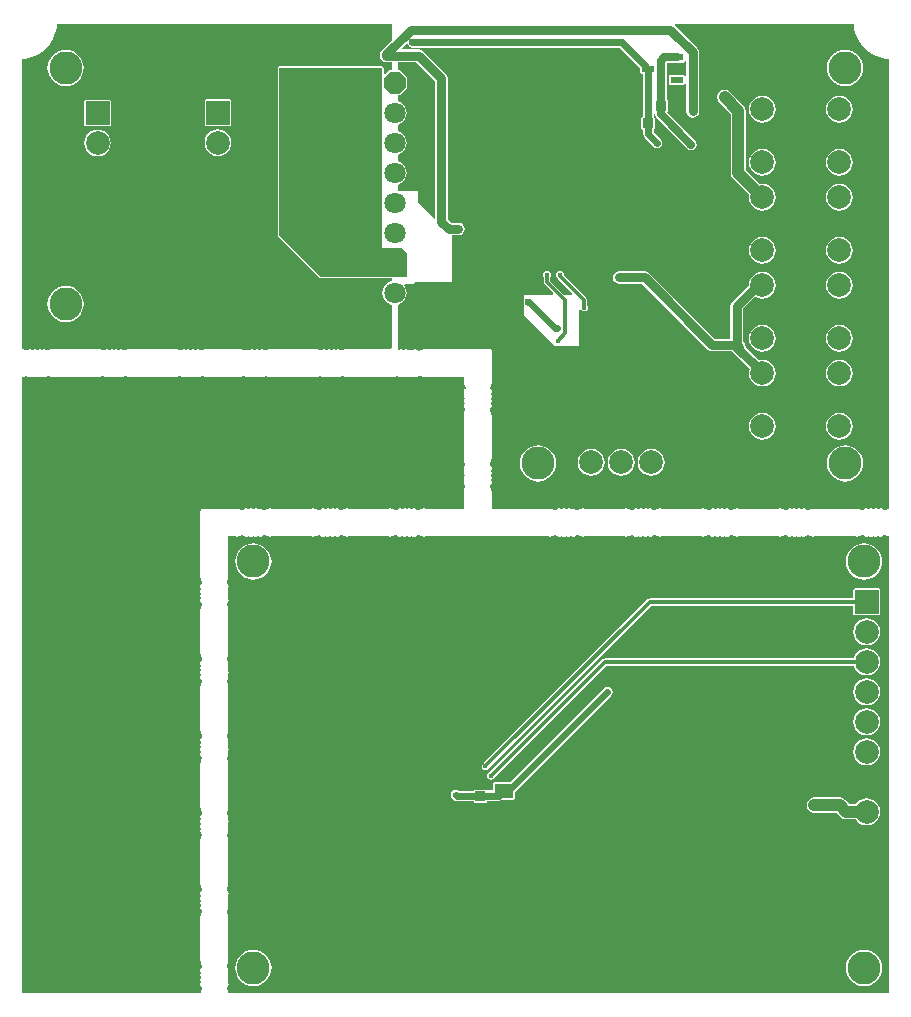
<source format=gbl>
G04 Layer_Physical_Order=2*
G04 Layer_Color=16711680*
%FSLAX44Y44*%
%MOMM*%
G71*
G01*
G75*
%ADD10R,0.8500X0.8500*%
%ADD12R,0.8500X0.8500*%
%ADD25R,1.6000X1.2000*%
%ADD27C,0.6000*%
%ADD28C,0.3500*%
%ADD29C,0.3000*%
%ADD30C,0.8000*%
%ADD31C,1.0000*%
%ADD32C,0.7000*%
%ADD33C,0.2540*%
%ADD36C,2.0000*%
%ADD37R,2.0000X2.0000*%
%ADD38C,1.8000*%
%ADD39P,1.9483X8X292.5*%
%ADD40R,2.0000X2.0000*%
%ADD41C,0.4000*%
%ADD42C,0.6000*%
%ADD43C,2.8000*%
%ADD44R,1.1000X0.6000*%
G36*
X351867Y773770D02*
Y657793D01*
X350693Y657307D01*
X337000Y671000D01*
Y681000D01*
X320468D01*
X320000Y682076D01*
Y686060D01*
X320184Y686085D01*
X322684Y687121D01*
X324832Y688768D01*
X326479Y690916D01*
X327515Y693416D01*
X327869Y696100D01*
X327515Y698784D01*
X326479Y701284D01*
X324832Y703432D01*
X322684Y705080D01*
X320184Y706115D01*
X320000Y706140D01*
Y711460D01*
X320184Y711485D01*
X322684Y712521D01*
X324832Y714168D01*
X326479Y716316D01*
X327515Y718816D01*
X327869Y721500D01*
X327515Y724184D01*
X326479Y726684D01*
X324832Y728832D01*
X322684Y730480D01*
X320184Y731515D01*
X320000Y731540D01*
Y736861D01*
X320184Y736885D01*
X322684Y737921D01*
X324832Y739568D01*
X326479Y741716D01*
X327515Y744216D01*
X327869Y746900D01*
X327515Y749584D01*
X326479Y752084D01*
X324832Y754232D01*
X322684Y755880D01*
X320184Y756915D01*
X320000Y756940D01*
Y761915D01*
X322000D01*
X322980Y762320D01*
X327480Y766820D01*
X327885Y767800D01*
Y776800D01*
X327480Y777780D01*
X322980Y782280D01*
X322000Y782685D01*
X320000D01*
Y789867D01*
X335770D01*
X351867Y773770D01*
D02*
G37*
G36*
X454572Y389322D02*
X455322Y388572D01*
X456470Y388096D01*
X456745D01*
X457000Y387991D01*
X457255Y388096D01*
X457530D01*
X458678Y388572D01*
X459000Y388894D01*
X459322Y388572D01*
X460470Y388096D01*
X460745D01*
X461000Y387991D01*
X461255Y388096D01*
X461530D01*
X462678Y388572D01*
X463000Y388894D01*
X463322Y388572D01*
X464470Y388096D01*
X464745D01*
X465000Y387991D01*
X465255Y388096D01*
X465530D01*
X466678Y388572D01*
X467000Y388894D01*
X467322Y388572D01*
X468470Y388096D01*
X468745D01*
X469000Y387991D01*
X469255Y388096D01*
X469530D01*
X470678Y388572D01*
X471428Y389322D01*
X472831Y389390D01*
X474925Y388523D01*
X478000Y388118D01*
Y388185D01*
X513000D01*
Y388118D01*
X516075Y388523D01*
X518169Y389390D01*
X519572Y389322D01*
X520322Y388572D01*
X521470Y388096D01*
X521745D01*
X522000Y387991D01*
X522255Y388096D01*
X522530D01*
X523678Y388572D01*
X524000Y388894D01*
X524322Y388572D01*
X525470Y388096D01*
X525745D01*
X526000Y387991D01*
X526255Y388096D01*
X526530D01*
X527678Y388572D01*
X528000Y388894D01*
X528322Y388572D01*
X529470Y388096D01*
X529745D01*
X530000Y387991D01*
X530255Y388096D01*
X530530D01*
X531678Y388572D01*
X532000Y388894D01*
X532322Y388572D01*
X533470Y388096D01*
X533745D01*
X534000Y387991D01*
X534255Y388096D01*
X534530D01*
X535678Y388572D01*
X536428Y389322D01*
X537831Y389390D01*
X539925Y388523D01*
X543000Y388118D01*
Y388185D01*
X578000D01*
Y388118D01*
X581075Y388523D01*
X583169Y389390D01*
X584572Y389322D01*
X585322Y388572D01*
X586470Y388096D01*
X586745D01*
X587000Y387991D01*
X587255Y388096D01*
X587530D01*
X588678Y388572D01*
X589000Y388894D01*
X589322Y388572D01*
X590470Y388096D01*
X590745D01*
X591000Y387991D01*
X591255Y388096D01*
X591530D01*
X592678Y388572D01*
X593000Y388894D01*
X593322Y388572D01*
X594470Y388096D01*
X594745D01*
X595000Y387991D01*
X595255Y388096D01*
X595530D01*
X596678Y388572D01*
X597000Y388894D01*
X597322Y388572D01*
X598470Y388096D01*
X598745D01*
X599000Y387991D01*
X599255Y388096D01*
X599530D01*
X600678Y388572D01*
X601428Y389322D01*
X602831Y389390D01*
X604925Y388523D01*
X608000Y388118D01*
Y388185D01*
X643000D01*
Y388118D01*
X646075Y388523D01*
X648169Y389390D01*
X649572Y389322D01*
X650322Y388572D01*
X651470Y388096D01*
X651745D01*
X652000Y387991D01*
X652255Y388096D01*
X652530D01*
X653678Y388572D01*
X654000Y388894D01*
X654322Y388572D01*
X655470Y388096D01*
X655745D01*
X656000Y387991D01*
X656255Y388096D01*
X656530D01*
X657678Y388572D01*
X658000Y388894D01*
X658322Y388572D01*
X659470Y388096D01*
X659745D01*
X660000Y387991D01*
X660255Y388096D01*
X660530D01*
X661678Y388572D01*
X662000Y388894D01*
X662322Y388572D01*
X663470Y388096D01*
X663745D01*
X664000Y387991D01*
X664255Y388096D01*
X664530D01*
X665678Y388572D01*
X666428Y389322D01*
X667831Y389390D01*
X669925Y388523D01*
X673000Y388118D01*
Y388185D01*
X708000D01*
Y388118D01*
X711075Y388523D01*
X713169Y389390D01*
X714572Y389322D01*
X715322Y388572D01*
X716470Y388096D01*
X716745D01*
X717000Y387991D01*
X717255Y388096D01*
X717530D01*
X718678Y388572D01*
X719000Y388894D01*
X719322Y388572D01*
X720470Y388096D01*
X720745D01*
X721000Y387991D01*
X721255Y388096D01*
X721530D01*
X722678Y388572D01*
X723000Y388894D01*
X723322Y388572D01*
X724470Y388096D01*
X724745D01*
X725000Y387991D01*
X725255Y388096D01*
X725530D01*
X726678Y388572D01*
X727000Y388894D01*
X727322Y388572D01*
X728470Y388096D01*
X728745D01*
X729000Y387991D01*
X729255Y388096D01*
X729530D01*
X730678Y388572D01*
X731428Y389322D01*
X732831Y389390D01*
X734925Y388523D01*
X736185Y388357D01*
Y1815D01*
X176643D01*
X176477Y3075D01*
X175610Y5169D01*
X175678Y6572D01*
X176428Y7322D01*
X176904Y8470D01*
Y8745D01*
X177009Y9000D01*
X176904Y9255D01*
Y9530D01*
X176428Y10678D01*
X176106Y11000D01*
X176428Y11322D01*
X176904Y12470D01*
Y12745D01*
X177009Y13000D01*
X176904Y13255D01*
Y13530D01*
X176428Y14678D01*
X176106Y15000D01*
X176428Y15322D01*
X176904Y16470D01*
Y16745D01*
X177009Y17000D01*
X176904Y17255D01*
Y17530D01*
X176428Y18678D01*
X176106Y19000D01*
X176428Y19322D01*
X176904Y20470D01*
Y20745D01*
X177009Y21000D01*
X176904Y21255D01*
Y21530D01*
X176428Y22678D01*
X175678Y23428D01*
X175610Y24831D01*
X176477Y26925D01*
X176882Y30000D01*
X176815D01*
Y65000D01*
X176882D01*
X176477Y68075D01*
X175610Y70169D01*
X175678Y71572D01*
X176428Y72322D01*
X176904Y73470D01*
Y73745D01*
X177009Y74000D01*
X176904Y74255D01*
Y74530D01*
X176428Y75678D01*
X176106Y76000D01*
X176428Y76322D01*
X176904Y77470D01*
Y77745D01*
X177009Y78000D01*
X176904Y78255D01*
Y78530D01*
X176428Y79678D01*
X176106Y80000D01*
X176428Y80322D01*
X176904Y81470D01*
Y81745D01*
X177009Y82000D01*
X176904Y82255D01*
Y82530D01*
X176428Y83678D01*
X176106Y84000D01*
X176428Y84322D01*
X176904Y85470D01*
Y85745D01*
X177009Y86000D01*
X176904Y86255D01*
Y86530D01*
X176428Y87678D01*
X175678Y88428D01*
X175610Y89831D01*
X176477Y91925D01*
X176882Y95000D01*
X176815D01*
Y130000D01*
X176882D01*
X176477Y133075D01*
X175610Y135169D01*
X175678Y136572D01*
X176428Y137322D01*
X176904Y138470D01*
Y138745D01*
X177009Y139000D01*
X176904Y139255D01*
Y139530D01*
X176428Y140678D01*
X176106Y141000D01*
X176428Y141322D01*
X176904Y142470D01*
Y142745D01*
X177009Y143000D01*
X176904Y143255D01*
Y143530D01*
X176428Y144678D01*
X176106Y145000D01*
X176428Y145322D01*
X176904Y146470D01*
Y146745D01*
X177009Y147000D01*
X176904Y147255D01*
Y147530D01*
X176428Y148678D01*
X176106Y149000D01*
X176428Y149322D01*
X176904Y150470D01*
Y150745D01*
X177009Y151000D01*
X176904Y151255D01*
Y151530D01*
X176428Y152678D01*
X175678Y153428D01*
X175610Y154831D01*
X176477Y156925D01*
X176882Y160000D01*
X176815D01*
Y195000D01*
X176882D01*
X176477Y198075D01*
X175610Y200169D01*
X175678Y201572D01*
X176428Y202322D01*
X176904Y203470D01*
Y203745D01*
X177009Y204000D01*
X176904Y204255D01*
Y204530D01*
X176428Y205678D01*
X176106Y206000D01*
X176428Y206322D01*
X176904Y207470D01*
Y207745D01*
X177009Y208000D01*
X176904Y208255D01*
Y208530D01*
X176428Y209678D01*
X176106Y210000D01*
X176428Y210322D01*
X176904Y211470D01*
Y211745D01*
X177009Y212000D01*
X176904Y212255D01*
Y212530D01*
X176428Y213678D01*
X176106Y214000D01*
X176428Y214322D01*
X176904Y215470D01*
Y215745D01*
X177009Y216000D01*
X176904Y216255D01*
Y216530D01*
X176428Y217678D01*
X175678Y218428D01*
X175610Y219831D01*
X176477Y221925D01*
X176882Y225000D01*
X176815D01*
Y260000D01*
X176882D01*
X176477Y263075D01*
X175610Y265169D01*
X175678Y266572D01*
X176428Y267322D01*
X176904Y268470D01*
Y268745D01*
X177009Y269000D01*
X176904Y269255D01*
Y269530D01*
X176428Y270678D01*
X176106Y271000D01*
X176428Y271322D01*
X176904Y272470D01*
Y272745D01*
X177009Y273000D01*
X176904Y273255D01*
Y273530D01*
X176428Y274678D01*
X176106Y275000D01*
X176428Y275322D01*
X176904Y276470D01*
Y276745D01*
X177009Y277000D01*
X176904Y277255D01*
Y277530D01*
X176428Y278678D01*
X176106Y279000D01*
X176428Y279322D01*
X176904Y280470D01*
Y280745D01*
X177009Y281000D01*
X176904Y281255D01*
Y281530D01*
X176428Y282678D01*
X175678Y283428D01*
X175610Y284831D01*
X176477Y286925D01*
X176882Y290000D01*
X176815D01*
Y325000D01*
X176882D01*
X176477Y328075D01*
X175610Y330169D01*
X175678Y331572D01*
X176428Y332322D01*
X176904Y333470D01*
Y333745D01*
X177009Y334000D01*
X176904Y334255D01*
Y334530D01*
X176428Y335678D01*
X176106Y336000D01*
X176428Y336322D01*
X176904Y337470D01*
Y337745D01*
X177009Y338000D01*
X176904Y338255D01*
Y338530D01*
X176428Y339678D01*
X176106Y340000D01*
X176428Y340322D01*
X176904Y341470D01*
Y341745D01*
X177009Y342000D01*
X176904Y342255D01*
Y342530D01*
X176428Y343678D01*
X176106Y344000D01*
X176428Y344322D01*
X176904Y345470D01*
Y345745D01*
X177009Y346000D01*
X176904Y346255D01*
Y346530D01*
X176428Y347678D01*
X175678Y348428D01*
X175610Y349831D01*
X176477Y351925D01*
X176882Y355000D01*
X176815D01*
Y388185D01*
X183000D01*
Y388118D01*
X186075Y388523D01*
X188169Y389390D01*
X189572Y389322D01*
X190322Y388572D01*
X191470Y388096D01*
X191745D01*
X192000Y387991D01*
X192255Y388096D01*
X192530D01*
X193678Y388572D01*
X194000Y388894D01*
X194322Y388572D01*
X195470Y388096D01*
X195745D01*
X196000Y387991D01*
X196255Y388096D01*
X196530D01*
X197678Y388572D01*
X198000Y388894D01*
X198322Y388572D01*
X199470Y388096D01*
X199745D01*
X200000Y387991D01*
X200255Y388096D01*
X200530D01*
X201678Y388572D01*
X202000Y388894D01*
X202322Y388572D01*
X203470Y388096D01*
X203745D01*
X204000Y387991D01*
X204255Y388096D01*
X204530D01*
X205678Y388572D01*
X206428Y389322D01*
X207831Y389390D01*
X209925Y388523D01*
X213000Y388118D01*
Y388185D01*
X248000D01*
Y388118D01*
X251075Y388523D01*
X253169Y389390D01*
X254572Y389322D01*
X255322Y388572D01*
X256470Y388096D01*
X256745D01*
X257000Y387991D01*
X257255Y388096D01*
X257530D01*
X258678Y388572D01*
X259000Y388894D01*
X259322Y388572D01*
X260470Y388096D01*
X260745D01*
X261000Y387991D01*
X261255Y388096D01*
X261530D01*
X262678Y388572D01*
X263000Y388894D01*
X263322Y388572D01*
X264470Y388096D01*
X264745D01*
X265000Y387991D01*
X265255Y388096D01*
X265530D01*
X266678Y388572D01*
X267000Y388894D01*
X267322Y388572D01*
X268470Y388096D01*
X268745D01*
X269000Y387991D01*
X269255Y388096D01*
X269530D01*
X270678Y388572D01*
X271428Y389322D01*
X272831Y389390D01*
X274925Y388523D01*
X278000Y388118D01*
Y388185D01*
X313000D01*
Y388118D01*
X316075Y388523D01*
X318169Y389390D01*
X319572Y389322D01*
X320322Y388572D01*
X321470Y388096D01*
X321745D01*
X322000Y387991D01*
X322255Y388096D01*
X322530D01*
X323678Y388572D01*
X324000Y388894D01*
X324322Y388572D01*
X325470Y388096D01*
X325745D01*
X326000Y387991D01*
X326255Y388096D01*
X326530D01*
X327678Y388572D01*
X328000Y388894D01*
X328322Y388572D01*
X329470Y388096D01*
X329745D01*
X330000Y387991D01*
X330255Y388096D01*
X330530D01*
X331678Y388572D01*
X332000Y388894D01*
X332322Y388572D01*
X333470Y388096D01*
X333745D01*
X334000Y387991D01*
X334255Y388096D01*
X334530D01*
X335678Y388572D01*
X336428Y389322D01*
X337831Y389390D01*
X339925Y388523D01*
X343000Y388118D01*
Y388185D01*
X413000D01*
X413000Y388185D01*
X448000D01*
Y388118D01*
X451075Y388523D01*
X453169Y389390D01*
X454572Y389322D01*
D02*
G37*
G36*
X307000Y633000D02*
X308000Y632000D01*
X324000Y632000D01*
X328000Y628000D01*
Y608000D01*
X320000D01*
Y608000D01*
X302000Y608000D01*
X255000D01*
X220000Y643000D01*
Y785000D01*
X307000D01*
Y633000D01*
D02*
G37*
G36*
X315000Y808613D02*
X306693Y800307D01*
X305526Y798560D01*
X305117Y796500D01*
Y795250D01*
X305526Y793190D01*
X306693Y791443D01*
X308440Y790276D01*
X310500Y789867D01*
X315000D01*
Y782685D01*
X313000D01*
X312020Y782280D01*
X309559Y779818D01*
X308386Y780304D01*
Y785000D01*
X307980Y785980D01*
X307000Y786385D01*
X220000D01*
X219020Y785980D01*
X218615Y785000D01*
Y643000D01*
X219020Y642020D01*
X254020Y607020D01*
X255000Y606614D01*
X302000D01*
X315000Y606614D01*
Y604540D01*
X314816Y604515D01*
X312316Y603480D01*
X310168Y601832D01*
X308520Y599684D01*
X307485Y597184D01*
X307131Y594500D01*
X307485Y591816D01*
X308520Y589316D01*
X310168Y587168D01*
X312316Y585521D01*
X314816Y584485D01*
X315000Y584460D01*
Y547713D01*
X314045Y546876D01*
X314000Y546882D01*
Y546815D01*
X279000D01*
Y546882D01*
X275925Y546477D01*
X273831Y545610D01*
X272428Y545678D01*
X271678Y546428D01*
X270530Y546904D01*
X270255D01*
X270000Y547009D01*
X269745Y546904D01*
X269470D01*
X268322Y546428D01*
X268000Y546106D01*
X267678Y546428D01*
X266530Y546904D01*
X266255D01*
X266000Y547009D01*
X265745Y546904D01*
X265470D01*
X264322Y546428D01*
X264000Y546106D01*
X263678Y546428D01*
X262530Y546904D01*
X262255D01*
X262000Y547009D01*
X261745Y546904D01*
X261470D01*
X260322Y546428D01*
X260000Y546106D01*
X259678Y546428D01*
X258530Y546904D01*
X258255D01*
X258000Y547009D01*
X257745Y546904D01*
X257470D01*
X256322Y546428D01*
X255572Y545678D01*
X254169Y545610D01*
X252075Y546477D01*
X249000Y546882D01*
Y546815D01*
X214000D01*
Y546882D01*
X210925Y546477D01*
X208831Y545610D01*
X207428Y545678D01*
X206678Y546428D01*
X205530Y546904D01*
X205255D01*
X205000Y547009D01*
X204745Y546904D01*
X204470D01*
X203322Y546428D01*
X203000Y546106D01*
X202678Y546428D01*
X201530Y546904D01*
X201255D01*
X201000Y547009D01*
X200745Y546904D01*
X200470D01*
X199322Y546428D01*
X199000Y546106D01*
X198678Y546428D01*
X197530Y546904D01*
X197255D01*
X197000Y547009D01*
X196745Y546904D01*
X196470D01*
X195322Y546428D01*
X195000Y546106D01*
X194678Y546428D01*
X193530Y546904D01*
X193255D01*
X193000Y547009D01*
X192745Y546904D01*
X192470D01*
X191322Y546428D01*
X190572Y545678D01*
X189169Y545610D01*
X187075Y546477D01*
X184000Y546882D01*
Y546815D01*
X160000D01*
Y546882D01*
X156925Y546477D01*
X155245Y545781D01*
X154782Y545657D01*
X153428Y545678D01*
X152678Y546428D01*
X151530Y546904D01*
X151255D01*
X151000Y547009D01*
X150745Y546904D01*
X150470D01*
X149322Y546428D01*
X149000Y546106D01*
X148678Y546428D01*
X147530Y546904D01*
X147255D01*
X147000Y547009D01*
X146745Y546904D01*
X146470D01*
X145322Y546428D01*
X145000Y546106D01*
X144678Y546428D01*
X143530Y546904D01*
X143255D01*
X143000Y547009D01*
X142745Y546904D01*
X142470D01*
X141322Y546428D01*
X141000Y546106D01*
X140678Y546428D01*
X139530Y546904D01*
X139255D01*
X139000Y547009D01*
X138745Y546904D01*
X138470D01*
X137322Y546428D01*
X136572Y545678D01*
X135169Y545610D01*
X133075Y546477D01*
X130000Y546882D01*
Y546815D01*
X95000D01*
Y546882D01*
X91925Y546477D01*
X89831Y545610D01*
X88428Y545678D01*
X87678Y546428D01*
X86530Y546904D01*
X86255D01*
X86000Y547009D01*
X85745Y546904D01*
X85470D01*
X84322Y546428D01*
X84000Y546106D01*
X83678Y546428D01*
X82530Y546904D01*
X82255D01*
X82000Y547009D01*
X81745Y546904D01*
X81470D01*
X80322Y546428D01*
X80000Y546106D01*
X79678Y546428D01*
X78530Y546904D01*
X78255D01*
X78000Y547009D01*
X77745Y546904D01*
X77470D01*
X76322Y546428D01*
X76000Y546106D01*
X75678Y546428D01*
X74530Y546904D01*
X74255D01*
X74000Y547009D01*
X73745Y546904D01*
X73470D01*
X72322Y546428D01*
X71572Y545678D01*
X70169Y545610D01*
X68075Y546477D01*
X65000Y546882D01*
Y546815D01*
X30000D01*
Y546882D01*
X26925Y546477D01*
X24831Y545610D01*
X23428Y545678D01*
X22678Y546428D01*
X21530Y546904D01*
X21255D01*
X21000Y547009D01*
X20745Y546904D01*
X20470D01*
X19322Y546428D01*
X19000Y546106D01*
X18678Y546428D01*
X17530Y546904D01*
X17255D01*
X17000Y547009D01*
X16745Y546904D01*
X16470D01*
X15322Y546428D01*
X15000Y546106D01*
X14678Y546428D01*
X13530Y546904D01*
X13255D01*
X13000Y547009D01*
X12745Y546904D01*
X12470D01*
X11322Y546428D01*
X11000Y546106D01*
X10678Y546428D01*
X9530Y546904D01*
X9255D01*
X9000Y547009D01*
X8745Y546904D01*
X8470D01*
X7322Y546428D01*
X6572Y545678D01*
X5169Y545610D01*
X3075Y546477D01*
X1815Y546643D01*
Y792265D01*
X4987Y792514D01*
X9851Y793682D01*
X14472Y795596D01*
X18738Y798210D01*
X22541Y801459D01*
X25790Y805262D01*
X28404Y809528D01*
X30318Y814149D01*
X31486Y819013D01*
X31735Y822185D01*
X315000D01*
Y808613D01*
D02*
G37*
G36*
X706514Y819013D02*
X707682Y814149D01*
X709596Y809528D01*
X712210Y805262D01*
X715459Y801459D01*
X719262Y798210D01*
X723528Y795596D01*
X728149Y793682D01*
X733013Y792514D01*
X736185Y792265D01*
Y411643D01*
X734925Y411477D01*
X732831Y410610D01*
X731428Y410678D01*
X730678Y411428D01*
X729530Y411904D01*
X729255D01*
X729000Y412009D01*
X728745Y411904D01*
X728470D01*
X727322Y411428D01*
X727000Y411106D01*
X726678Y411428D01*
X725530Y411904D01*
X725255D01*
X725000Y412009D01*
X724745Y411904D01*
X724470D01*
X723322Y411428D01*
X723000Y411106D01*
X722678Y411428D01*
X721530Y411904D01*
X721255D01*
X721000Y412009D01*
X720745Y411904D01*
X720470D01*
X719322Y411428D01*
X719000Y411106D01*
X718678Y411428D01*
X717530Y411904D01*
X717255D01*
X717000Y412009D01*
X716745Y411904D01*
X716470D01*
X715322Y411428D01*
X714572Y410678D01*
X713169Y410610D01*
X711075Y411477D01*
X708000Y411882D01*
Y411815D01*
X673000D01*
Y411882D01*
X669925Y411477D01*
X667831Y410610D01*
X666428Y410678D01*
X665678Y411428D01*
X664530Y411904D01*
X664255D01*
X664000Y412009D01*
X663745Y411904D01*
X663470D01*
X662322Y411428D01*
X662000Y411106D01*
X661678Y411428D01*
X660530Y411904D01*
X660255D01*
X660000Y412009D01*
X659745Y411904D01*
X659470D01*
X658322Y411428D01*
X658000Y411106D01*
X657678Y411428D01*
X656530Y411904D01*
X656255D01*
X656000Y412009D01*
X655745Y411904D01*
X655470D01*
X654322Y411428D01*
X654000Y411106D01*
X653678Y411428D01*
X652530Y411904D01*
X652255D01*
X652000Y412009D01*
X651745Y411904D01*
X651470D01*
X650322Y411428D01*
X649572Y410678D01*
X648169Y410610D01*
X646075Y411477D01*
X643000Y411882D01*
Y411815D01*
X608000D01*
Y411882D01*
X604925Y411477D01*
X602831Y410610D01*
X601428Y410678D01*
X600678Y411428D01*
X599530Y411904D01*
X599255D01*
X599000Y412009D01*
X598745Y411904D01*
X598470D01*
X597322Y411428D01*
X597000Y411106D01*
X596678Y411428D01*
X595530Y411904D01*
X595255D01*
X595000Y412009D01*
X594745Y411904D01*
X594470D01*
X593322Y411428D01*
X593000Y411106D01*
X592678Y411428D01*
X591530Y411904D01*
X591255D01*
X591000Y412009D01*
X590745Y411904D01*
X590470D01*
X589322Y411428D01*
X589000Y411106D01*
X588678Y411428D01*
X587530Y411904D01*
X587255D01*
X587000Y412009D01*
X586745Y411904D01*
X586470D01*
X585322Y411428D01*
X584572Y410678D01*
X583169Y410610D01*
X581075Y411477D01*
X578000Y411882D01*
Y411815D01*
X543000D01*
Y411882D01*
X539925Y411477D01*
X537831Y410610D01*
X536428Y410678D01*
X535678Y411428D01*
X534530Y411904D01*
X534255D01*
X534000Y412009D01*
X533745Y411904D01*
X533470D01*
X532322Y411428D01*
X532000Y411106D01*
X531678Y411428D01*
X530530Y411904D01*
X530255D01*
X530000Y412009D01*
X529745Y411904D01*
X529470D01*
X528322Y411428D01*
X528000Y411106D01*
X527678Y411428D01*
X526530Y411904D01*
X526255D01*
X526000Y412009D01*
X525745Y411904D01*
X525470D01*
X524322Y411428D01*
X524000Y411106D01*
X523678Y411428D01*
X522530Y411904D01*
X522255D01*
X522000Y412009D01*
X521745Y411904D01*
X521470D01*
X520322Y411428D01*
X519572Y410678D01*
X518169Y410610D01*
X516075Y411477D01*
X513000Y411882D01*
Y411815D01*
X478000D01*
Y411882D01*
X474925Y411477D01*
X472831Y410610D01*
X471428Y410678D01*
X470678Y411428D01*
X469530Y411904D01*
X469255D01*
X469000Y412009D01*
X468745Y411904D01*
X468470D01*
X467322Y411428D01*
X467000Y411106D01*
X466678Y411428D01*
X465530Y411904D01*
X465255D01*
X465000Y412009D01*
X464745Y411904D01*
X464470D01*
X463322Y411428D01*
X463000Y411106D01*
X462678Y411428D01*
X461530Y411904D01*
X461255D01*
X461000Y412009D01*
X460745Y411904D01*
X460470D01*
X459322Y411428D01*
X459000Y411106D01*
X458678Y411428D01*
X457530Y411904D01*
X457255D01*
X457000Y412009D01*
X456745Y411904D01*
X456470D01*
X455322Y411428D01*
X454572Y410678D01*
X453169Y410610D01*
X451075Y411477D01*
X448000Y411882D01*
Y411815D01*
X399815D01*
Y425000D01*
X399882D01*
X399477Y428075D01*
X398610Y430169D01*
X398678Y431572D01*
X399428Y432322D01*
X399904Y433470D01*
Y433745D01*
X400009Y434000D01*
X399904Y434255D01*
Y434530D01*
X399428Y435678D01*
X399106Y436000D01*
X399428Y436322D01*
X399904Y437470D01*
Y437745D01*
X400009Y438000D01*
X399904Y438255D01*
Y438530D01*
X399428Y439678D01*
X399106Y440000D01*
X399428Y440322D01*
X399904Y441470D01*
Y441745D01*
X400009Y442000D01*
X399904Y442255D01*
Y442530D01*
X399428Y443678D01*
X399106Y444000D01*
X399428Y444322D01*
X399904Y445470D01*
Y445745D01*
X400009Y446000D01*
X399904Y446255D01*
Y446530D01*
X399428Y447678D01*
X398678Y448428D01*
X398610Y449831D01*
X399477Y451925D01*
X399882Y455000D01*
X399815D01*
Y490000D01*
X399882D01*
X399477Y493075D01*
X398610Y495169D01*
X398678Y496572D01*
X399428Y497322D01*
X399904Y498470D01*
Y498745D01*
X400009Y499000D01*
X399904Y499255D01*
Y499530D01*
X399428Y500678D01*
X399106Y501000D01*
X399428Y501322D01*
X399904Y502470D01*
Y502745D01*
X400009Y503000D01*
X399904Y503255D01*
Y503530D01*
X399428Y504678D01*
X399106Y505000D01*
X399428Y505322D01*
X399904Y506470D01*
Y506745D01*
X400009Y507000D01*
X399904Y507255D01*
Y507530D01*
X399428Y508678D01*
X399106Y509000D01*
X399428Y509322D01*
X399904Y510470D01*
Y510745D01*
X400009Y511000D01*
X399904Y511255D01*
Y511530D01*
X399428Y512678D01*
X398678Y513428D01*
X398403Y514240D01*
X398988Y515253D01*
X399012Y515439D01*
X399126Y515587D01*
X399842Y518259D01*
X399818Y518444D01*
X399889Y518617D01*
Y520001D01*
X399889Y520001D01*
X399889Y520002D01*
Y545100D01*
X399784Y545355D01*
X399784Y545630D01*
X399707Y545816D01*
X399512Y546010D01*
X399407Y546265D01*
X399265Y546407D01*
X399010Y546512D01*
X398816Y546707D01*
X398630Y546784D01*
X398355Y546784D01*
X398100Y546889D01*
X344000Y546889D01*
X342617D01*
X342444Y546818D01*
X342259Y546842D01*
X339588Y546127D01*
X339439Y546012D01*
X339254Y545988D01*
X338240Y545403D01*
X337428Y545678D01*
X336678Y546428D01*
X335530Y546904D01*
X335255D01*
X335000Y547009D01*
X334745Y546904D01*
X334470D01*
X333322Y546428D01*
X333000Y546106D01*
X332678Y546428D01*
X331530Y546904D01*
X331255D01*
X331000Y547009D01*
X330745Y546904D01*
X330470D01*
X329322Y546428D01*
X329000Y546106D01*
X328678Y546428D01*
X327530Y546904D01*
X327255D01*
X327000Y547009D01*
X326745Y546904D01*
X326470D01*
X325322Y546428D01*
X325000Y546106D01*
X324678Y546428D01*
X323530Y546904D01*
X323255D01*
X323000Y547009D01*
X322745Y546904D01*
X322470D01*
X321322Y546428D01*
X321270Y546376D01*
X320000Y546902D01*
Y584460D01*
X320184Y584485D01*
X322684Y585521D01*
X324832Y587168D01*
X326479Y589316D01*
X327515Y591816D01*
X327869Y594500D01*
X327515Y597184D01*
X326479Y599684D01*
X325677Y600730D01*
X326303Y602000D01*
X333000D01*
X335000Y604000D01*
X366000Y604000D01*
X366000Y642000D01*
X366463Y643117D01*
X371500D01*
X373560Y643526D01*
X375307Y644693D01*
X376474Y646440D01*
X376884Y648500D01*
X376474Y650560D01*
X375307Y652307D01*
X373560Y653474D01*
X371500Y653884D01*
X365730D01*
X362633Y656980D01*
Y776000D01*
X362224Y778060D01*
X361057Y779807D01*
X341807Y799057D01*
X340060Y800224D01*
X338000Y800633D01*
X323906D01*
X323420Y801807D01*
X327052Y805439D01*
X328430Y805021D01*
X328468Y804830D01*
X329414Y803414D01*
X330830Y802468D01*
X332500Y802136D01*
X508442D01*
X525615Y784964D01*
Y781250D01*
X526020Y780270D01*
X527000Y779865D01*
X528136D01*
Y743635D01*
X527750D01*
X526770Y743230D01*
X526365Y742250D01*
Y733750D01*
X526770Y732770D01*
X527750Y732365D01*
X528136D01*
Y728500D01*
X528468Y726830D01*
X529414Y725414D01*
X536914Y717914D01*
X538330Y716968D01*
X540000Y716636D01*
X541670Y716968D01*
X543086Y717914D01*
X544032Y719330D01*
X544364Y721000D01*
X544032Y722670D01*
X543086Y724086D01*
X536864Y730308D01*
Y732619D01*
X537230Y732770D01*
X537635Y733750D01*
Y742250D01*
X537230Y743230D01*
X536864Y743381D01*
Y745482D01*
X538126Y745500D01*
X538497Y743635D01*
X539554Y742054D01*
X565054Y716554D01*
X566635Y715497D01*
X568500Y715126D01*
X570365Y715497D01*
X571946Y716554D01*
X573003Y718135D01*
X573374Y720000D01*
X573003Y721865D01*
X571946Y723446D01*
X548755Y746637D01*
X548230Y747770D01*
X548635Y748750D01*
Y757250D01*
X548230Y758230D01*
X547874Y758377D01*
Y788876D01*
X556500D01*
X558365Y789247D01*
X558540Y789364D01*
X562000D01*
X562980Y789770D01*
X563386Y790750D01*
X564617Y790656D01*
Y777844D01*
X563386Y777750D01*
X562980Y778730D01*
X562000Y779136D01*
X551000D01*
X550020Y778730D01*
X549614Y777750D01*
Y771750D01*
X550020Y770770D01*
X551000Y770365D01*
X562000D01*
X562980Y770770D01*
X563386Y771750D01*
X564617Y771656D01*
Y748000D01*
X565026Y745940D01*
X566193Y744193D01*
X567940Y743026D01*
X570000Y742617D01*
X572060Y743026D01*
X573807Y744193D01*
X574974Y745940D01*
X575383Y748000D01*
Y798000D01*
X574974Y800060D01*
X573807Y801807D01*
X554698Y820915D01*
X554898Y822181D01*
X554899Y822185D01*
X706265D01*
X706514Y819013D01*
D02*
G37*
G36*
X339248Y524014D02*
X339434Y523990D01*
X339582Y523876D01*
X342253Y523159D01*
X342439Y523183D01*
X342612Y523111D01*
X343994Y523111D01*
X343995Y523111D01*
X343996Y523111D01*
X376111D01*
Y520004D01*
X376111Y520004D01*
Y518617D01*
X376182Y518444D01*
X376158Y518259D01*
X376874Y515587D01*
X376988Y515438D01*
X377012Y515253D01*
X377597Y514240D01*
X377322Y513428D01*
X376572Y512678D01*
X376096Y511530D01*
Y511255D01*
X375991Y511000D01*
X376096Y510745D01*
Y510470D01*
X376572Y509322D01*
X376894Y509000D01*
X376572Y508678D01*
X376096Y507530D01*
Y507255D01*
X375991Y507000D01*
X376096Y506745D01*
Y506470D01*
X376572Y505322D01*
X376894Y505000D01*
X376572Y504678D01*
X376096Y503530D01*
Y503255D01*
X375991Y503000D01*
X376096Y502745D01*
Y502470D01*
X376572Y501322D01*
X376894Y501000D01*
X376572Y500678D01*
X376096Y499530D01*
Y499255D01*
X375991Y499000D01*
X376096Y498745D01*
Y498470D01*
X376572Y497322D01*
X377322Y496572D01*
X377390Y495169D01*
X376523Y493075D01*
X376118Y490000D01*
X376185D01*
Y455000D01*
X376118D01*
X376523Y451925D01*
X377390Y449831D01*
X377322Y448428D01*
X376572Y447678D01*
X376096Y446530D01*
Y446255D01*
X375991Y446000D01*
X376096Y445745D01*
Y445470D01*
X376572Y444322D01*
X376894Y444000D01*
X376572Y443678D01*
X376096Y442530D01*
Y442255D01*
X375991Y442000D01*
X376096Y441745D01*
Y441470D01*
X376572Y440322D01*
X376894Y440000D01*
X376572Y439678D01*
X376096Y438530D01*
Y438255D01*
X375991Y438000D01*
X376096Y437745D01*
Y437470D01*
X376572Y436322D01*
X376894Y436000D01*
X376572Y435678D01*
X376096Y434530D01*
Y434255D01*
X375991Y434000D01*
X376096Y433745D01*
Y433470D01*
X376572Y432322D01*
X377322Y431572D01*
X377390Y430169D01*
X376523Y428075D01*
X376118Y425000D01*
X376185D01*
Y411815D01*
X343000D01*
Y411882D01*
X339925Y411477D01*
X337831Y410610D01*
X336428Y410678D01*
X335678Y411428D01*
X334530Y411904D01*
X334255D01*
X334000Y412009D01*
X333745Y411904D01*
X333470D01*
X332322Y411428D01*
X332000Y411106D01*
X331678Y411428D01*
X330530Y411904D01*
X330255D01*
X330000Y412009D01*
X329745Y411904D01*
X329470D01*
X328322Y411428D01*
X328000Y411106D01*
X327678Y411428D01*
X326530Y411904D01*
X326255D01*
X326000Y412009D01*
X325745Y411904D01*
X325470D01*
X324322Y411428D01*
X324000Y411106D01*
X323678Y411428D01*
X322530Y411904D01*
X322255D01*
X322000Y412009D01*
X321745Y411904D01*
X321470D01*
X320322Y411428D01*
X319572Y410678D01*
X318169Y410610D01*
X316075Y411477D01*
X313000Y411882D01*
Y411815D01*
X278000D01*
Y411882D01*
X274925Y411477D01*
X272831Y410610D01*
X271428Y410678D01*
X270678Y411428D01*
X269530Y411904D01*
X269255D01*
X269000Y412009D01*
X268745Y411904D01*
X268470D01*
X267322Y411428D01*
X267000Y411106D01*
X266678Y411428D01*
X265530Y411904D01*
X265255D01*
X265000Y412009D01*
X264745Y411904D01*
X264470D01*
X263322Y411428D01*
X263000Y411106D01*
X262678Y411428D01*
X261530Y411904D01*
X261255D01*
X261000Y412009D01*
X260745Y411904D01*
X260470D01*
X259322Y411428D01*
X259000Y411106D01*
X258678Y411428D01*
X257530Y411904D01*
X257255D01*
X257000Y412009D01*
X256745Y411904D01*
X256470D01*
X255322Y411428D01*
X254572Y410678D01*
X253169Y410610D01*
X251075Y411477D01*
X248000Y411882D01*
Y411815D01*
X213000D01*
Y411882D01*
X209925Y411477D01*
X207831Y410610D01*
X206428Y410678D01*
X205678Y411428D01*
X204530Y411904D01*
X204255D01*
X204000Y412009D01*
X203745Y411904D01*
X203470D01*
X202322Y411428D01*
X202000Y411106D01*
X201678Y411428D01*
X200530Y411904D01*
X200255D01*
X200000Y412009D01*
X199745Y411904D01*
X199470D01*
X198322Y411428D01*
X198000Y411106D01*
X197678Y411428D01*
X196530Y411904D01*
X196255D01*
X196000Y412009D01*
X195745Y411904D01*
X195470D01*
X194322Y411428D01*
X194000Y411106D01*
X193678Y411428D01*
X192530Y411904D01*
X192255D01*
X192000Y412009D01*
X191745Y411904D01*
X191470D01*
X190322Y411428D01*
X189572Y410678D01*
X188169Y410610D01*
X186075Y411477D01*
X183000Y411882D01*
Y411815D01*
X155000D01*
X154305Y411677D01*
X153717Y411283D01*
X153323Y410695D01*
X153185Y410000D01*
Y390000D01*
Y355000D01*
X153118D01*
X153523Y351925D01*
X154390Y349831D01*
X154322Y348428D01*
X153572Y347678D01*
X153096Y346530D01*
Y346255D01*
X152991Y346000D01*
X153096Y345745D01*
Y345470D01*
X153572Y344322D01*
X153894Y344000D01*
X153572Y343678D01*
X153096Y342530D01*
Y342255D01*
X152991Y342000D01*
X153096Y341745D01*
Y341470D01*
X153572Y340322D01*
X153894Y340000D01*
X153572Y339678D01*
X153096Y338530D01*
Y338255D01*
X152991Y338000D01*
X153096Y337745D01*
Y337470D01*
X153572Y336322D01*
X153894Y336000D01*
X153572Y335678D01*
X153096Y334530D01*
Y334255D01*
X152991Y334000D01*
X153096Y333745D01*
Y333470D01*
X153572Y332322D01*
X154322Y331572D01*
X154390Y330169D01*
X153523Y328075D01*
X153118Y325000D01*
X153185D01*
Y290000D01*
X153118D01*
X153523Y286925D01*
X154390Y284831D01*
X154322Y283428D01*
X153572Y282678D01*
X153096Y281530D01*
Y281255D01*
X152991Y281000D01*
X153096Y280745D01*
Y280470D01*
X153572Y279322D01*
X153894Y279000D01*
X153572Y278678D01*
X153096Y277530D01*
Y277255D01*
X152991Y277000D01*
X153096Y276745D01*
Y276470D01*
X153572Y275322D01*
X153894Y275000D01*
X153572Y274678D01*
X153096Y273530D01*
Y273255D01*
X152991Y273000D01*
X153096Y272745D01*
Y272470D01*
X153572Y271322D01*
X153894Y271000D01*
X153572Y270678D01*
X153096Y269530D01*
Y269255D01*
X152991Y269000D01*
X153096Y268745D01*
Y268470D01*
X153572Y267322D01*
X154322Y266572D01*
X154390Y265169D01*
X153523Y263075D01*
X153118Y260000D01*
X153185D01*
Y225000D01*
X153118D01*
X153523Y221925D01*
X154390Y219831D01*
X154322Y218428D01*
X153572Y217678D01*
X153096Y216530D01*
Y216255D01*
X152991Y216000D01*
X153096Y215745D01*
Y215470D01*
X153572Y214322D01*
X153894Y214000D01*
X153572Y213678D01*
X153096Y212530D01*
Y212255D01*
X152991Y212000D01*
X153096Y211745D01*
Y211470D01*
X153572Y210322D01*
X153894Y210000D01*
X153572Y209678D01*
X153096Y208530D01*
Y208255D01*
X152991Y208000D01*
X153096Y207745D01*
Y207470D01*
X153572Y206322D01*
X153894Y206000D01*
X153572Y205678D01*
X153096Y204530D01*
Y204255D01*
X152991Y204000D01*
X153096Y203745D01*
Y203470D01*
X153572Y202322D01*
X154322Y201572D01*
X154390Y200169D01*
X153523Y198075D01*
X153118Y195000D01*
X153185D01*
Y160000D01*
X153118D01*
X153523Y156925D01*
X154390Y154831D01*
X154322Y153428D01*
X153572Y152678D01*
X153096Y151530D01*
Y151255D01*
X152991Y151000D01*
X153096Y150745D01*
Y150470D01*
X153572Y149322D01*
X153894Y149000D01*
X153572Y148678D01*
X153096Y147530D01*
Y147255D01*
X152991Y147000D01*
X153096Y146745D01*
Y146470D01*
X153572Y145322D01*
X153894Y145000D01*
X153572Y144678D01*
X153096Y143530D01*
Y143255D01*
X152991Y143000D01*
X153096Y142745D01*
Y142470D01*
X153572Y141322D01*
X153894Y141000D01*
X153572Y140678D01*
X153096Y139530D01*
Y139255D01*
X152991Y139000D01*
X153096Y138745D01*
Y138470D01*
X153572Y137322D01*
X154322Y136572D01*
X154390Y135169D01*
X153523Y133075D01*
X153118Y130000D01*
X153185D01*
Y95000D01*
X153118D01*
X153523Y91925D01*
X154390Y89831D01*
X154322Y88428D01*
X153572Y87678D01*
X153096Y86530D01*
Y86255D01*
X152991Y86000D01*
X153096Y85745D01*
Y85470D01*
X153572Y84322D01*
X153894Y84000D01*
X153572Y83678D01*
X153096Y82530D01*
Y82255D01*
X152991Y82000D01*
X153096Y81745D01*
Y81470D01*
X153572Y80322D01*
X153894Y80000D01*
X153572Y79678D01*
X153096Y78530D01*
Y78255D01*
X152991Y78000D01*
X153096Y77745D01*
Y77470D01*
X153572Y76322D01*
X153894Y76000D01*
X153572Y75678D01*
X153096Y74530D01*
Y74255D01*
X152991Y74000D01*
X153096Y73745D01*
Y73470D01*
X153572Y72322D01*
X154322Y71572D01*
X154390Y70169D01*
X153523Y68075D01*
X153118Y65000D01*
X153185D01*
Y30000D01*
X153118D01*
X153523Y26925D01*
X154390Y24831D01*
X154322Y23428D01*
X153572Y22678D01*
X153096Y21530D01*
Y21255D01*
X152991Y21000D01*
X153096Y20745D01*
Y20470D01*
X153572Y19322D01*
X153894Y19000D01*
X153572Y18678D01*
X153096Y17530D01*
Y17255D01*
X152991Y17000D01*
X153096Y16745D01*
Y16470D01*
X153572Y15322D01*
X153894Y15000D01*
X153572Y14678D01*
X153096Y13530D01*
Y13255D01*
X152991Y13000D01*
X153096Y12745D01*
Y12470D01*
X153572Y11322D01*
X153894Y11000D01*
X153572Y10678D01*
X153096Y9530D01*
Y9255D01*
X152991Y9000D01*
X153096Y8745D01*
Y8470D01*
X153572Y7322D01*
X154322Y6572D01*
X154390Y5169D01*
X153523Y3075D01*
X153357Y1815D01*
X1815D01*
Y523357D01*
X3075Y523523D01*
X5169Y524390D01*
X6572Y524322D01*
X7322Y523572D01*
X8470Y523096D01*
X8745D01*
X9000Y522991D01*
X9255Y523096D01*
X9530D01*
X10678Y523572D01*
X11000Y523894D01*
X11322Y523572D01*
X12470Y523096D01*
X12745D01*
X13000Y522991D01*
X13255Y523096D01*
X13530D01*
X14678Y523572D01*
X15000Y523894D01*
X15322Y523572D01*
X16470Y523096D01*
X16745D01*
X17000Y522991D01*
X17255Y523096D01*
X17530D01*
X18678Y523572D01*
X19000Y523894D01*
X19322Y523572D01*
X20470Y523096D01*
X20745D01*
X21000Y522991D01*
X21255Y523096D01*
X21530D01*
X22678Y523572D01*
X23428Y524322D01*
X24831Y524390D01*
X26925Y523523D01*
X30000Y523118D01*
Y523185D01*
X65000D01*
Y523118D01*
X68075Y523523D01*
X70169Y524390D01*
X71572Y524322D01*
X72322Y523572D01*
X73470Y523096D01*
X73745D01*
X74000Y522991D01*
X74255Y523096D01*
X74530D01*
X75678Y523572D01*
X76000Y523894D01*
X76322Y523572D01*
X77470Y523096D01*
X77745D01*
X78000Y522991D01*
X78255Y523096D01*
X78530D01*
X79678Y523572D01*
X80000Y523894D01*
X80322Y523572D01*
X81470Y523096D01*
X81745D01*
X82000Y522991D01*
X82255Y523096D01*
X82530D01*
X83678Y523572D01*
X84000Y523894D01*
X84322Y523572D01*
X85470Y523096D01*
X85745D01*
X86000Y522991D01*
X86255Y523096D01*
X86530D01*
X87678Y523572D01*
X88428Y524322D01*
X89831Y524390D01*
X91925Y523523D01*
X95000Y523118D01*
Y523185D01*
X130000D01*
Y523118D01*
X133075Y523523D01*
X135169Y524390D01*
X136572Y524322D01*
X137322Y523572D01*
X138470Y523096D01*
X138745D01*
X139000Y522991D01*
X139255Y523096D01*
X139530D01*
X140678Y523572D01*
X141000Y523894D01*
X141322Y523572D01*
X142470Y523096D01*
X142745D01*
X143000Y522991D01*
X143255Y523096D01*
X143530D01*
X144678Y523572D01*
X145000Y523894D01*
X145322Y523572D01*
X146470Y523096D01*
X146745D01*
X147000Y522991D01*
X147255Y523096D01*
X147530D01*
X148678Y523572D01*
X149000Y523894D01*
X149322Y523572D01*
X150470Y523096D01*
X150745D01*
X151000Y522991D01*
X151255Y523096D01*
X151530D01*
X152678Y523572D01*
X153428Y524322D01*
X154782Y524343D01*
X155245Y524219D01*
X156925Y523523D01*
X160000Y523118D01*
Y523185D01*
X160000Y523185D01*
X184000D01*
Y523118D01*
X187075Y523523D01*
X189169Y524390D01*
X190572Y524322D01*
X191322Y523572D01*
X192470Y523096D01*
X192745D01*
X193000Y522991D01*
X193255Y523096D01*
X193530D01*
X194678Y523572D01*
X195000Y523894D01*
X195322Y523572D01*
X196470Y523096D01*
X196745D01*
X197000Y522991D01*
X197255Y523096D01*
X197530D01*
X198678Y523572D01*
X199000Y523894D01*
X199322Y523572D01*
X200470Y523096D01*
X200745D01*
X201000Y522991D01*
X201255Y523096D01*
X201530D01*
X202678Y523572D01*
X203000Y523894D01*
X203322Y523572D01*
X204470Y523096D01*
X204745D01*
X205000Y522991D01*
X205255Y523096D01*
X205530D01*
X206678Y523572D01*
X207428Y524322D01*
X208831Y524390D01*
X210925Y523523D01*
X214000Y523118D01*
Y523185D01*
X249000D01*
Y523118D01*
X252075Y523523D01*
X254169Y524390D01*
X255572Y524322D01*
X256322Y523572D01*
X257470Y523096D01*
X257745D01*
X258000Y522991D01*
X258255Y523096D01*
X258530D01*
X259678Y523572D01*
X260000Y523894D01*
X260322Y523572D01*
X261470Y523096D01*
X261745D01*
X262000Y522991D01*
X262255Y523096D01*
X262530D01*
X263678Y523572D01*
X264000Y523894D01*
X264322Y523572D01*
X265470Y523096D01*
X265745D01*
X266000Y522991D01*
X266255Y523096D01*
X266530D01*
X267678Y523572D01*
X268000Y523894D01*
X268322Y523572D01*
X269470Y523096D01*
X269745D01*
X270000Y522991D01*
X270255Y523096D01*
X270530D01*
X271678Y523572D01*
X272428Y524322D01*
X273831Y524390D01*
X275925Y523523D01*
X279000Y523118D01*
Y523185D01*
X314000D01*
Y523118D01*
X317075Y523523D01*
X319169Y524390D01*
X320572Y524322D01*
X321322Y523572D01*
X322470Y523096D01*
X322745D01*
X323000Y522991D01*
X323255Y523096D01*
X323530D01*
X324678Y523572D01*
X325000Y523894D01*
X325322Y523572D01*
X326470Y523096D01*
X326745D01*
X327000Y522991D01*
X327255Y523096D01*
X327530D01*
X328678Y523572D01*
X329000Y523894D01*
X329322Y523572D01*
X330470Y523096D01*
X330745D01*
X331000Y522991D01*
X331255Y523096D01*
X331530D01*
X332678Y523572D01*
X333000Y523894D01*
X333322Y523572D01*
X334470Y523096D01*
X334745D01*
X335000Y522991D01*
X335255Y523096D01*
X335530D01*
X336678Y523572D01*
X337428Y524322D01*
X338240Y524597D01*
X339248Y524014D01*
D02*
G37*
%LPC*%
G36*
X715000Y382354D02*
X712005Y382059D01*
X709124Y381185D01*
X706470Y379766D01*
X704143Y377857D01*
X702234Y375530D01*
X700815Y372876D01*
X699941Y369995D01*
X699646Y367000D01*
X699941Y364005D01*
X700815Y361124D01*
X702234Y358470D01*
X704143Y356143D01*
X706470Y354234D01*
X709124Y352815D01*
X712005Y351941D01*
X715000Y351646D01*
X717995Y351941D01*
X720876Y352815D01*
X723530Y354234D01*
X725857Y356143D01*
X727766Y358470D01*
X729185Y361124D01*
X730059Y364005D01*
X730354Y367000D01*
X730059Y369995D01*
X729185Y372876D01*
X727766Y375530D01*
X725857Y377857D01*
X723530Y379766D01*
X720876Y381185D01*
X717995Y382059D01*
X715000Y382354D01*
D02*
G37*
G36*
X497750Y260864D02*
X496080Y260532D01*
X494664Y259586D01*
X414964Y179886D01*
X402000D01*
X401020Y179480D01*
X400615Y178500D01*
Y173114D01*
X395528D01*
X395480Y173230D01*
X394500Y173636D01*
X386000D01*
X385020Y173230D01*
X384869Y172864D01*
X372199D01*
X371200Y173532D01*
X369530Y173864D01*
X367860Y173532D01*
X366444Y172586D01*
X365498Y171170D01*
X365166Y169500D01*
X365498Y167830D01*
X366444Y166414D01*
X367444Y165414D01*
X368860Y164468D01*
X370530Y164136D01*
X384614D01*
Y163750D01*
X385020Y162770D01*
X386000Y162365D01*
X394500D01*
X395480Y162770D01*
X395886Y163750D01*
Y164386D01*
X406250D01*
X407920Y164718D01*
X408513Y165115D01*
X418000D01*
X418980Y165520D01*
X419385Y166500D01*
Y171964D01*
X500836Y253414D01*
X501782Y254830D01*
X502114Y256500D01*
X501782Y258170D01*
X500836Y259586D01*
X499420Y260532D01*
X497750Y260864D01*
D02*
G37*
G36*
X717250Y217127D02*
X714305Y216740D01*
X711561Y215603D01*
X709205Y213795D01*
X707397Y211439D01*
X706260Y208695D01*
X705873Y205750D01*
X706260Y202805D01*
X707397Y200061D01*
X709205Y197705D01*
X711561Y195897D01*
X714305Y194760D01*
X717250Y194373D01*
X720195Y194760D01*
X722939Y195897D01*
X725295Y197705D01*
X727103Y200061D01*
X728240Y202805D01*
X728627Y205750D01*
X728240Y208695D01*
X727103Y211439D01*
X725295Y213795D01*
X722939Y215603D01*
X720195Y216740D01*
X717250Y217127D01*
D02*
G37*
G36*
X694250Y167153D02*
X672750D01*
X670300Y166666D01*
X668222Y165278D01*
X666834Y163200D01*
X666347Y160750D01*
X666834Y158300D01*
X668222Y156222D01*
X670300Y154834D01*
X672750Y154347D01*
X691598D01*
X695522Y150422D01*
X697600Y149034D01*
X700050Y148547D01*
X707945D01*
X709205Y146905D01*
X711561Y145097D01*
X714305Y143960D01*
X717250Y143573D01*
X720195Y143960D01*
X722939Y145097D01*
X725295Y146905D01*
X727103Y149261D01*
X728240Y152005D01*
X728627Y154950D01*
X728240Y157895D01*
X727103Y160639D01*
X725295Y162995D01*
X722939Y164803D01*
X720195Y165940D01*
X717250Y166327D01*
X714305Y165940D01*
X711561Y164803D01*
X709205Y162995D01*
X707945Y161353D01*
X702702D01*
X698778Y165278D01*
X696700Y166666D01*
X694250Y167153D01*
D02*
G37*
G36*
X198000Y38354D02*
X195005Y38059D01*
X192124Y37185D01*
X189470Y35766D01*
X187143Y33857D01*
X185234Y31530D01*
X183815Y28876D01*
X182941Y25995D01*
X182646Y23000D01*
X182941Y20005D01*
X183815Y17124D01*
X185234Y14470D01*
X187143Y12143D01*
X189470Y10234D01*
X192124Y8815D01*
X195005Y7941D01*
X198000Y7646D01*
X200995Y7941D01*
X203876Y8815D01*
X206530Y10234D01*
X208857Y12143D01*
X210766Y14470D01*
X212185Y17124D01*
X213059Y20005D01*
X213354Y23000D01*
X213059Y25995D01*
X212185Y28876D01*
X210766Y31530D01*
X208857Y33857D01*
X206530Y35766D01*
X203876Y37185D01*
X200995Y38059D01*
X198000Y38354D01*
D02*
G37*
G36*
X715000D02*
X712005Y38059D01*
X709124Y37185D01*
X706470Y35766D01*
X704143Y33857D01*
X702234Y31530D01*
X700815Y28876D01*
X699941Y25995D01*
X699646Y23000D01*
X699941Y20005D01*
X700815Y17124D01*
X702234Y14470D01*
X704143Y12143D01*
X706470Y10234D01*
X709124Y8815D01*
X712005Y7941D01*
X715000Y7646D01*
X717995Y7941D01*
X720876Y8815D01*
X723530Y10234D01*
X725857Y12143D01*
X727766Y14470D01*
X729185Y17124D01*
X730059Y20005D01*
X730354Y23000D01*
X730059Y25995D01*
X729185Y28876D01*
X727766Y31530D01*
X725857Y33857D01*
X723530Y35766D01*
X720876Y37185D01*
X717995Y38059D01*
X715000Y38354D01*
D02*
G37*
G36*
X717250Y242527D02*
X714305Y242140D01*
X711561Y241003D01*
X709205Y239195D01*
X707397Y236839D01*
X706260Y234095D01*
X705873Y231150D01*
X706260Y228205D01*
X707397Y225461D01*
X709205Y223105D01*
X711561Y221297D01*
X714305Y220160D01*
X717250Y219773D01*
X720195Y220160D01*
X722939Y221297D01*
X725295Y223105D01*
X727103Y225461D01*
X728240Y228205D01*
X728627Y231150D01*
X728240Y234095D01*
X727103Y236839D01*
X725295Y239195D01*
X722939Y241003D01*
X720195Y242140D01*
X717250Y242527D01*
D02*
G37*
G36*
X727250Y344136D02*
X707250D01*
X706270Y343730D01*
X705864Y342750D01*
Y335839D01*
X533750D01*
X532568Y335604D01*
X531565Y334935D01*
X393221Y196590D01*
X393220Y196590D01*
X392135Y195865D01*
X391410Y194780D01*
X391156Y193500D01*
X391410Y192220D01*
X392135Y191135D01*
X393220Y190410D01*
X394500Y190156D01*
X395780Y190410D01*
X396865Y191135D01*
X397590Y192220D01*
X397590Y192221D01*
X535030Y329661D01*
X705864D01*
Y322750D01*
X706270Y321770D01*
X707250Y321365D01*
X727250D01*
X728230Y321770D01*
X728635Y322750D01*
Y342750D01*
X728230Y343730D01*
X727250Y344136D01*
D02*
G37*
G36*
X198000Y382354D02*
X195005Y382059D01*
X192124Y381185D01*
X189470Y379766D01*
X187143Y377857D01*
X185234Y375530D01*
X183815Y372876D01*
X182941Y369995D01*
X182646Y367000D01*
X182941Y364005D01*
X183815Y361124D01*
X185234Y358470D01*
X187143Y356143D01*
X189470Y354234D01*
X192124Y352815D01*
X195005Y351941D01*
X198000Y351646D01*
X200995Y351941D01*
X203876Y352815D01*
X206530Y354234D01*
X208857Y356143D01*
X210766Y358470D01*
X212185Y361124D01*
X213059Y364005D01*
X213354Y367000D01*
X213059Y369995D01*
X212185Y372876D01*
X210766Y375530D01*
X208857Y377857D01*
X206530Y379766D01*
X203876Y381185D01*
X200995Y382059D01*
X198000Y382354D01*
D02*
G37*
G36*
X717250Y318727D02*
X714305Y318340D01*
X711561Y317203D01*
X709205Y315395D01*
X707397Y313039D01*
X706260Y310295D01*
X705873Y307350D01*
X706260Y304405D01*
X707397Y301661D01*
X709205Y299305D01*
X711561Y297497D01*
X714305Y296360D01*
X717250Y295973D01*
X720195Y296360D01*
X722939Y297497D01*
X725295Y299305D01*
X727103Y301661D01*
X728240Y304405D01*
X728627Y307350D01*
X728240Y310295D01*
X727103Y313039D01*
X725295Y315395D01*
X722939Y317203D01*
X720195Y318340D01*
X717250Y318727D01*
D02*
G37*
G36*
Y267927D02*
X714305Y267540D01*
X711561Y266403D01*
X709205Y264595D01*
X707397Y262239D01*
X706260Y259495D01*
X705873Y256550D01*
X706260Y253605D01*
X707397Y250861D01*
X709205Y248505D01*
X711561Y246697D01*
X714305Y245560D01*
X717250Y245173D01*
X720195Y245560D01*
X722939Y246697D01*
X725295Y248505D01*
X727103Y250861D01*
X728240Y253605D01*
X728627Y256550D01*
X728240Y259495D01*
X727103Y262239D01*
X725295Y264595D01*
X722939Y266403D01*
X720195Y267540D01*
X717250Y267927D01*
D02*
G37*
G36*
Y293327D02*
X714305Y292940D01*
X711561Y291803D01*
X709205Y289995D01*
X707397Y287639D01*
X706320Y285039D01*
X495700D01*
X494518Y284804D01*
X493516Y284135D01*
X397971Y188590D01*
X397970Y188590D01*
X396885Y187865D01*
X396160Y186780D01*
X395906Y185500D01*
X396160Y184220D01*
X396885Y183135D01*
X397970Y182410D01*
X399250Y182156D01*
X400530Y182410D01*
X401615Y183135D01*
X402340Y184220D01*
X402340Y184221D01*
X496980Y278861D01*
X706320D01*
X707397Y276261D01*
X709205Y273905D01*
X711561Y272097D01*
X714305Y270960D01*
X717250Y270573D01*
X720195Y270960D01*
X722939Y272097D01*
X725295Y273905D01*
X727103Y276261D01*
X728240Y279005D01*
X728627Y281950D01*
X728240Y284895D01*
X727103Y287639D01*
X725295Y289995D01*
X722939Y291803D01*
X720195Y292940D01*
X717250Y293327D01*
D02*
G37*
G36*
X168000Y732977D02*
X165055Y732590D01*
X162311Y731453D01*
X159955Y729645D01*
X158147Y727289D01*
X157010Y724545D01*
X156623Y721600D01*
X157010Y718655D01*
X158147Y715911D01*
X159955Y713555D01*
X162311Y711747D01*
X165055Y710610D01*
X168000Y710223D01*
X170945Y710610D01*
X173689Y711747D01*
X176045Y713555D01*
X177853Y715911D01*
X178990Y718655D01*
X179377Y721600D01*
X178990Y724545D01*
X177853Y727289D01*
X176045Y729645D01*
X173689Y731453D01*
X170945Y732590D01*
X168000Y732977D01*
D02*
G37*
G36*
X76000Y758085D02*
X56000D01*
X55020Y757680D01*
X54615Y756700D01*
Y736700D01*
X55020Y735720D01*
X56000Y735314D01*
X76000D01*
X76980Y735720D01*
X77386Y736700D01*
Y756700D01*
X76980Y757680D01*
X76000Y758085D01*
D02*
G37*
G36*
X66000Y732677D02*
X63055Y732290D01*
X60311Y731153D01*
X57955Y729345D01*
X56147Y726989D01*
X55010Y724245D01*
X54623Y721300D01*
X55010Y718355D01*
X56147Y715611D01*
X57955Y713255D01*
X60311Y711447D01*
X63055Y710310D01*
X66000Y709923D01*
X68945Y710310D01*
X71689Y711447D01*
X74045Y713255D01*
X75853Y715611D01*
X76990Y718355D01*
X77377Y721300D01*
X76990Y724245D01*
X75853Y726989D01*
X74045Y729345D01*
X71689Y731153D01*
X68945Y732290D01*
X66000Y732677D01*
D02*
G37*
G36*
X39000Y800354D02*
X36005Y800059D01*
X33124Y799185D01*
X30470Y797766D01*
X28143Y795857D01*
X26234Y793530D01*
X24815Y790876D01*
X23941Y787995D01*
X23646Y785000D01*
X23941Y782005D01*
X24815Y779124D01*
X26234Y776470D01*
X28143Y774143D01*
X30470Y772234D01*
X33124Y770815D01*
X36005Y769941D01*
X39000Y769646D01*
X41995Y769941D01*
X44876Y770815D01*
X47530Y772234D01*
X49857Y774143D01*
X51766Y776470D01*
X53185Y779124D01*
X54059Y782005D01*
X54354Y785000D01*
X54059Y787995D01*
X53185Y790876D01*
X51766Y793530D01*
X49857Y795857D01*
X47530Y797766D01*
X44876Y799185D01*
X41995Y800059D01*
X39000Y800354D01*
D02*
G37*
G36*
X178000Y758385D02*
X158000D01*
X157020Y757980D01*
X156615Y757000D01*
Y737000D01*
X157020Y736020D01*
X158000Y735614D01*
X178000D01*
X178980Y736020D01*
X179386Y737000D01*
Y757000D01*
X178980Y757980D01*
X178000Y758385D01*
D02*
G37*
G36*
X39000Y600354D02*
X36005Y600059D01*
X33124Y599185D01*
X30470Y597766D01*
X28143Y595857D01*
X26234Y593530D01*
X24815Y590876D01*
X23941Y587995D01*
X23646Y585000D01*
X23941Y582005D01*
X24815Y579124D01*
X26234Y576470D01*
X28143Y574143D01*
X30470Y572234D01*
X33124Y570815D01*
X36005Y569941D01*
X39000Y569646D01*
X41995Y569941D01*
X44876Y570815D01*
X47530Y572234D01*
X49857Y574143D01*
X51766Y576470D01*
X53185Y579124D01*
X54059Y582005D01*
X54354Y585000D01*
X54059Y587995D01*
X53185Y590876D01*
X51766Y593530D01*
X49857Y595857D01*
X47530Y597766D01*
X44876Y599185D01*
X41995Y600059D01*
X39000Y600354D01*
D02*
G37*
G36*
X699000Y465354D02*
X696005Y465059D01*
X693124Y464185D01*
X690470Y462766D01*
X688143Y460857D01*
X686234Y458530D01*
X684815Y455876D01*
X683941Y452995D01*
X683646Y450000D01*
X683941Y447005D01*
X684815Y444124D01*
X686234Y441470D01*
X688143Y439143D01*
X690470Y437234D01*
X693124Y435815D01*
X696005Y434941D01*
X699000Y434646D01*
X701995Y434941D01*
X704876Y435815D01*
X707530Y437234D01*
X709857Y439143D01*
X711766Y441470D01*
X713185Y444124D01*
X714059Y447005D01*
X714354Y450000D01*
X714059Y452995D01*
X713185Y455876D01*
X711766Y458530D01*
X709857Y460857D01*
X707530Y462766D01*
X704876Y464185D01*
X701995Y465059D01*
X699000Y465354D01*
D02*
G37*
G36*
X439000D02*
X436005Y465059D01*
X433124Y464185D01*
X430470Y462766D01*
X428143Y460857D01*
X426234Y458530D01*
X424815Y455876D01*
X423941Y452995D01*
X423646Y450000D01*
X423941Y447005D01*
X424815Y444124D01*
X426234Y441470D01*
X428143Y439143D01*
X430470Y437234D01*
X433124Y435815D01*
X436005Y434941D01*
X439000Y434646D01*
X441995Y434941D01*
X444876Y435815D01*
X447530Y437234D01*
X449857Y439143D01*
X451766Y441470D01*
X453185Y444124D01*
X454059Y447005D01*
X454354Y450000D01*
X454059Y452995D01*
X453185Y455876D01*
X451766Y458530D01*
X449857Y460857D01*
X447530Y462766D01*
X444876Y464185D01*
X441995Y465059D01*
X439000Y465354D01*
D02*
G37*
G36*
X629000Y492877D02*
X626055Y492490D01*
X623311Y491353D01*
X620955Y489545D01*
X619147Y487189D01*
X618010Y484445D01*
X617623Y481500D01*
X618010Y478555D01*
X619147Y475811D01*
X620955Y473455D01*
X623311Y471647D01*
X626055Y470510D01*
X629000Y470123D01*
X631945Y470510D01*
X634689Y471647D01*
X637045Y473455D01*
X638853Y475811D01*
X639990Y478555D01*
X640377Y481500D01*
X639990Y484445D01*
X638853Y487189D01*
X637045Y489545D01*
X634689Y491353D01*
X631945Y492490D01*
X629000Y492877D01*
D02*
G37*
G36*
X694000D02*
X691055Y492490D01*
X688311Y491353D01*
X685955Y489545D01*
X684147Y487189D01*
X683010Y484445D01*
X682623Y481500D01*
X683010Y478555D01*
X684147Y475811D01*
X685955Y473455D01*
X688311Y471647D01*
X691055Y470510D01*
X694000Y470123D01*
X696945Y470510D01*
X699689Y471647D01*
X702045Y473455D01*
X703853Y475811D01*
X704990Y478555D01*
X705377Y481500D01*
X704990Y484445D01*
X703853Y487189D01*
X702045Y489545D01*
X699689Y491353D01*
X696945Y492490D01*
X694000Y492877D01*
D02*
G37*
G36*
X534700Y462377D02*
X531755Y461990D01*
X529011Y460853D01*
X526655Y459045D01*
X524847Y456689D01*
X523710Y453945D01*
X523323Y451000D01*
X523710Y448055D01*
X524847Y445311D01*
X526655Y442955D01*
X529011Y441147D01*
X531755Y440010D01*
X534700Y439623D01*
X537645Y440010D01*
X540389Y441147D01*
X542745Y442955D01*
X544553Y445311D01*
X545690Y448055D01*
X546077Y451000D01*
X545690Y453945D01*
X544553Y456689D01*
X542745Y459045D01*
X540389Y460853D01*
X537645Y461990D01*
X534700Y462377D01*
D02*
G37*
G36*
X483900D02*
X480955Y461990D01*
X478211Y460853D01*
X475855Y459045D01*
X474047Y456689D01*
X472910Y453945D01*
X472523Y451000D01*
X472910Y448055D01*
X474047Y445311D01*
X475855Y442955D01*
X478211Y441147D01*
X480955Y440010D01*
X483900Y439623D01*
X486845Y440010D01*
X489589Y441147D01*
X491945Y442955D01*
X493753Y445311D01*
X494890Y448055D01*
X495277Y451000D01*
X494890Y453945D01*
X493753Y456689D01*
X491945Y459045D01*
X489589Y460853D01*
X486845Y461990D01*
X483900Y462377D01*
D02*
G37*
G36*
X509300D02*
X506355Y461990D01*
X503611Y460853D01*
X501255Y459045D01*
X499447Y456689D01*
X498310Y453945D01*
X497923Y451000D01*
X498310Y448055D01*
X499447Y445311D01*
X501255Y442955D01*
X503611Y441147D01*
X506355Y440010D01*
X509300Y439623D01*
X512245Y440010D01*
X514989Y441147D01*
X517345Y442955D01*
X519153Y445311D01*
X520290Y448055D01*
X520677Y451000D01*
X520290Y453945D01*
X519153Y456689D01*
X517345Y459045D01*
X514989Y460853D01*
X512245Y461990D01*
X509300Y462377D01*
D02*
G37*
G36*
X694000Y537877D02*
X691055Y537490D01*
X688311Y536353D01*
X685955Y534545D01*
X684147Y532189D01*
X683010Y529445D01*
X682623Y526500D01*
X683010Y523555D01*
X684147Y520811D01*
X685955Y518455D01*
X688311Y516647D01*
X691055Y515510D01*
X694000Y515123D01*
X696945Y515510D01*
X699689Y516647D01*
X702045Y518455D01*
X703853Y520811D01*
X704990Y523555D01*
X705377Y526500D01*
X704990Y529445D01*
X703853Y532189D01*
X702045Y534545D01*
X699689Y536353D01*
X696945Y537490D01*
X694000Y537877D01*
D02*
G37*
G36*
X629000Y716377D02*
X626055Y715990D01*
X623311Y714853D01*
X620955Y713045D01*
X619147Y710689D01*
X618010Y707945D01*
X617623Y705000D01*
X618010Y702055D01*
X619147Y699311D01*
X620955Y696955D01*
X623311Y695147D01*
X626055Y694010D01*
X629000Y693623D01*
X631945Y694010D01*
X634689Y695147D01*
X637045Y696955D01*
X638853Y699311D01*
X639990Y702055D01*
X640377Y705000D01*
X639990Y707945D01*
X638853Y710689D01*
X637045Y713045D01*
X634689Y714853D01*
X631945Y715990D01*
X629000Y716377D01*
D02*
G37*
G36*
X694000D02*
X691055Y715990D01*
X688311Y714853D01*
X685955Y713045D01*
X684147Y710689D01*
X683010Y707945D01*
X682623Y705000D01*
X683010Y702055D01*
X684147Y699311D01*
X685955Y696955D01*
X688311Y695147D01*
X691055Y694010D01*
X694000Y693623D01*
X696945Y694010D01*
X699689Y695147D01*
X702045Y696955D01*
X703853Y699311D01*
X704990Y702055D01*
X705377Y705000D01*
X704990Y707945D01*
X703853Y710689D01*
X702045Y713045D01*
X699689Y714853D01*
X696945Y715990D01*
X694000Y716377D01*
D02*
G37*
G36*
X699000Y800354D02*
X696005Y800059D01*
X693124Y799185D01*
X690470Y797766D01*
X688143Y795857D01*
X686234Y793530D01*
X684815Y790876D01*
X683941Y787995D01*
X683646Y785000D01*
X683941Y782005D01*
X684815Y779124D01*
X686234Y776470D01*
X688143Y774143D01*
X690470Y772234D01*
X693124Y770815D01*
X696005Y769941D01*
X699000Y769646D01*
X701995Y769941D01*
X704876Y770815D01*
X707530Y772234D01*
X709857Y774143D01*
X711766Y776470D01*
X713185Y779124D01*
X714059Y782005D01*
X714354Y785000D01*
X714059Y787995D01*
X713185Y790876D01*
X711766Y793530D01*
X709857Y795857D01*
X707530Y797766D01*
X704876Y799185D01*
X701995Y800059D01*
X699000Y800354D01*
D02*
G37*
G36*
X694000Y761377D02*
X691055Y760990D01*
X688311Y759853D01*
X685955Y758045D01*
X684147Y755689D01*
X683010Y752945D01*
X682623Y750000D01*
X683010Y747055D01*
X684147Y744311D01*
X685955Y741955D01*
X688311Y740147D01*
X691055Y739010D01*
X694000Y738623D01*
X696945Y739010D01*
X699689Y740147D01*
X702045Y741955D01*
X703853Y744311D01*
X704990Y747055D01*
X705377Y750000D01*
X704990Y752945D01*
X703853Y755689D01*
X702045Y758045D01*
X699689Y759853D01*
X696945Y760990D01*
X694000Y761377D01*
D02*
G37*
G36*
X629000D02*
X626055Y760990D01*
X623311Y759853D01*
X620955Y758045D01*
X619147Y755689D01*
X618010Y752945D01*
X617623Y750000D01*
X618010Y747055D01*
X619147Y744311D01*
X620955Y741955D01*
X623311Y740147D01*
X626055Y739010D01*
X629000Y738623D01*
X631945Y739010D01*
X634689Y740147D01*
X637045Y741955D01*
X638853Y744311D01*
X639990Y747055D01*
X640377Y750000D01*
X639990Y752945D01*
X638853Y755689D01*
X637045Y758045D01*
X634689Y759853D01*
X631945Y760990D01*
X629000Y761377D01*
D02*
G37*
G36*
X529434Y612825D02*
X507558D01*
X505498Y612416D01*
X503751Y611249D01*
X502584Y609502D01*
X502175Y607442D01*
X502584Y605382D01*
X503751Y603635D01*
X505498Y602468D01*
X507558Y602058D01*
X527204D01*
X582850Y546413D01*
X584596Y545246D01*
X586656Y544837D01*
X603050D01*
X618137Y529750D01*
X618010Y529445D01*
X617623Y526500D01*
X618010Y523555D01*
X619147Y520811D01*
X620955Y518455D01*
X623311Y516647D01*
X626055Y515510D01*
X629000Y515123D01*
X631945Y515510D01*
X634689Y516647D01*
X637045Y518455D01*
X638853Y520811D01*
X639990Y523555D01*
X640377Y526500D01*
X639990Y529445D01*
X638853Y532189D01*
X637045Y534545D01*
X634689Y536353D01*
X631945Y537490D01*
X629000Y537877D01*
X626055Y537490D01*
X625750Y537363D01*
X614619Y548495D01*
X614663Y548720D01*
X614254Y550780D01*
X613087Y552527D01*
X612633Y552830D01*
Y581020D01*
X622999Y591386D01*
X623311Y591147D01*
X626055Y590010D01*
X629000Y589623D01*
X631945Y590010D01*
X634689Y591147D01*
X637045Y592955D01*
X638853Y595311D01*
X639990Y598055D01*
X640377Y601000D01*
X639990Y603945D01*
X638853Y606689D01*
X637045Y609045D01*
X634689Y610853D01*
X631945Y611990D01*
X629000Y612377D01*
X626055Y611990D01*
X623311Y610853D01*
X620955Y609045D01*
X619147Y606689D01*
X618010Y603945D01*
X617658Y601272D01*
X603443Y587057D01*
X602276Y585310D01*
X601867Y583250D01*
Y555603D01*
X588886D01*
X533241Y611249D01*
X531494Y612416D01*
X531152Y612484D01*
X529434Y612825D01*
D02*
G37*
G36*
X694000Y612377D02*
X691055Y611990D01*
X688311Y610853D01*
X685955Y609045D01*
X684147Y606689D01*
X683010Y603945D01*
X682623Y601000D01*
X683010Y598055D01*
X684147Y595311D01*
X685955Y592955D01*
X688311Y591147D01*
X691055Y590010D01*
X694000Y589623D01*
X696945Y590010D01*
X699689Y591147D01*
X702045Y592955D01*
X703853Y595311D01*
X704990Y598055D01*
X705377Y601000D01*
X704990Y603945D01*
X703853Y606689D01*
X702045Y609045D01*
X699689Y610853D01*
X696945Y611990D01*
X694000Y612377D01*
D02*
G37*
G36*
X629000Y567377D02*
X626055Y566990D01*
X623311Y565853D01*
X620955Y564045D01*
X619147Y561689D01*
X618010Y558945D01*
X617623Y556000D01*
X618010Y553055D01*
X619147Y550311D01*
X620955Y547955D01*
X623311Y546147D01*
X626055Y545010D01*
X629000Y544623D01*
X631945Y545010D01*
X634689Y546147D01*
X637045Y547955D01*
X638853Y550311D01*
X639990Y553055D01*
X640377Y556000D01*
X639990Y558945D01*
X638853Y561689D01*
X637045Y564045D01*
X634689Y565853D01*
X631945Y566990D01*
X629000Y567377D01*
D02*
G37*
G36*
X694000D02*
X691055Y566990D01*
X688311Y565853D01*
X685955Y564045D01*
X684147Y561689D01*
X683010Y558945D01*
X682623Y556000D01*
X683010Y553055D01*
X684147Y550311D01*
X685955Y547955D01*
X688311Y546147D01*
X691055Y545010D01*
X694000Y544623D01*
X696945Y545010D01*
X699689Y546147D01*
X702045Y547955D01*
X703853Y550311D01*
X704990Y553055D01*
X705377Y556000D01*
X704990Y558945D01*
X703853Y561689D01*
X702045Y564045D01*
X699689Y565853D01*
X696945Y566990D01*
X694000Y567377D01*
D02*
G37*
G36*
X597000Y766403D02*
X594550Y765916D01*
X592472Y764528D01*
X591084Y762450D01*
X590597Y760000D01*
X591084Y757550D01*
X592472Y755472D01*
X602097Y745848D01*
Y696000D01*
X602584Y693550D01*
X603972Y691472D01*
X617893Y677552D01*
X617623Y675500D01*
X618010Y672555D01*
X619147Y669811D01*
X620955Y667455D01*
X623311Y665647D01*
X626055Y664510D01*
X629000Y664123D01*
X631945Y664510D01*
X634689Y665647D01*
X637045Y667455D01*
X638853Y669811D01*
X639990Y672555D01*
X640377Y675500D01*
X639990Y678445D01*
X638853Y681189D01*
X637045Y683545D01*
X634689Y685353D01*
X631945Y686490D01*
X629000Y686877D01*
X626948Y686607D01*
X614903Y698652D01*
Y748500D01*
X614416Y750950D01*
X613028Y753028D01*
X601528Y764528D01*
X599450Y765916D01*
X597000Y766403D01*
D02*
G37*
G36*
X694000Y686877D02*
X691055Y686490D01*
X688311Y685353D01*
X685955Y683545D01*
X684147Y681189D01*
X683010Y678445D01*
X682623Y675500D01*
X683010Y672555D01*
X684147Y669811D01*
X685955Y667455D01*
X688311Y665647D01*
X691055Y664510D01*
X694000Y664123D01*
X696945Y664510D01*
X699689Y665647D01*
X702045Y667455D01*
X703853Y669811D01*
X704990Y672555D01*
X705377Y675500D01*
X704990Y678445D01*
X703853Y681189D01*
X702045Y683545D01*
X699689Y685353D01*
X696945Y686490D01*
X694000Y686877D01*
D02*
G37*
G36*
Y641877D02*
X691055Y641490D01*
X688311Y640353D01*
X685955Y638545D01*
X684147Y636189D01*
X683010Y633445D01*
X682623Y630500D01*
X683010Y627555D01*
X684147Y624811D01*
X685955Y622455D01*
X688311Y620647D01*
X691055Y619510D01*
X694000Y619123D01*
X696945Y619510D01*
X699689Y620647D01*
X702045Y622455D01*
X703853Y624811D01*
X704990Y627555D01*
X705377Y630500D01*
X704990Y633445D01*
X703853Y636189D01*
X702045Y638545D01*
X699689Y640353D01*
X696945Y641490D01*
X694000Y641877D01*
D02*
G37*
G36*
X457500Y612844D02*
X456220Y612590D01*
X455135Y611865D01*
X454410Y610780D01*
X454156Y609500D01*
X454410Y608220D01*
X454853Y607558D01*
X454881Y607415D01*
X455496Y606496D01*
X467818Y594173D01*
X467332Y593000D01*
X461009D01*
X449334Y604674D01*
Y607838D01*
X449590Y608220D01*
X449844Y609500D01*
X449590Y610780D01*
X448865Y611865D01*
X447780Y612590D01*
X446500Y612844D01*
X445220Y612590D01*
X444135Y611865D01*
X443410Y610780D01*
X443156Y609500D01*
X443410Y608220D01*
X443666Y607838D01*
Y603500D01*
X443881Y602415D01*
X444496Y601496D01*
X451818Y594173D01*
X451332Y593000D01*
X427000Y593000D01*
X427000Y575000D01*
X453000Y549000D01*
X474000Y549000D01*
X474000Y579797D01*
X475270Y580182D01*
X475635Y579635D01*
X476720Y578910D01*
X478000Y578656D01*
X479280Y578910D01*
X480365Y579635D01*
X481090Y580720D01*
X481344Y582000D01*
X481090Y583280D01*
X480835Y583662D01*
Y588000D01*
X480619Y589085D01*
X480004Y590004D01*
X460789Y609220D01*
X460844Y609500D01*
X460590Y610780D01*
X459865Y611865D01*
X458780Y612590D01*
X457500Y612844D01*
D02*
G37*
G36*
X629000Y641877D02*
X626055Y641490D01*
X623311Y640353D01*
X620955Y638545D01*
X619147Y636189D01*
X618010Y633445D01*
X617623Y630500D01*
X618010Y627555D01*
X619147Y624811D01*
X620955Y622455D01*
X623311Y620647D01*
X626055Y619510D01*
X629000Y619123D01*
X631945Y619510D01*
X634689Y620647D01*
X637045Y622455D01*
X638853Y624811D01*
X639990Y627555D01*
X640377Y630500D01*
X639990Y633445D01*
X638853Y636189D01*
X637045Y638545D01*
X634689Y640353D01*
X631945Y641490D01*
X629000Y641877D01*
D02*
G37*
%LPD*%
D10*
X390250Y168000D02*
D03*
Y154000D02*
D03*
X689500Y161250D02*
D03*
Y175250D02*
D03*
D12*
X518000Y738000D02*
D03*
X532000D02*
D03*
X557000Y753000D02*
D03*
X543000D02*
D03*
D25*
X410000Y172500D02*
D03*
Y140500D02*
D03*
D27*
X456500Y174750D02*
X694250D01*
X410000Y139250D02*
X412500Y141750D01*
X407500Y139250D02*
X410000D01*
X362250Y153750D02*
X393000D01*
X423500Y141750D02*
X456500Y174750D01*
X694250D02*
X699850Y180350D01*
X370530Y168500D02*
X390250D01*
X410000Y172500D02*
X413750D01*
X497750Y256500D01*
X532500Y728500D02*
Y784250D01*
X390250Y168500D02*
X390500Y168750D01*
X406250D01*
X393000Y153750D02*
X407500Y139250D01*
X369530Y169500D02*
X370530Y168500D01*
X406250Y168750D02*
X410000Y172500D01*
X412500Y141750D02*
X423500D01*
X362250Y161500D02*
Y167250D01*
X362250Y177500D02*
X362250Y167250D01*
X699850Y180350D02*
X717250D01*
X362250Y177500D02*
Y231250D01*
X362500Y241500D01*
X362250Y153750D02*
Y161500D01*
X453237Y564500D02*
X454950D01*
X431237Y586500D02*
X453237Y564500D01*
X430500Y586500D02*
X430750D01*
X431237D01*
X532500Y728500D02*
X540000Y721000D01*
X510250Y806500D02*
X532500Y784250D01*
X332500Y806500D02*
X510250D01*
D28*
X399250Y185500D02*
X495700Y281950D01*
X717250D01*
X394500Y193500D02*
X533750Y332750D01*
X717250D01*
D29*
X446500Y603500D02*
X462000Y588000D01*
Y560000D02*
Y588000D01*
X455500Y553500D02*
X462000Y560000D01*
X457500Y608500D02*
X478000Y588000D01*
Y582000D02*
Y588000D01*
X446500Y603500D02*
Y609500D01*
D30*
X524500Y629500D02*
X590500D01*
X408500Y620500D02*
X420500Y608500D01*
X233500Y727500D02*
X238500Y732500D01*
X233000Y718500D02*
Y727500D01*
Y667000D02*
Y718500D01*
X292000Y620000D02*
X297000D01*
X313400D01*
X318000Y615400D01*
X287000Y620000D02*
X292000D01*
X280000D02*
X287000D01*
X625000Y530500D02*
X629000D01*
X625000Y601000D02*
X629000D01*
X607250Y583250D02*
X625000Y601000D01*
X607250Y550220D02*
Y583250D01*
X606780Y548720D02*
X625000Y530500D01*
X606780Y548720D02*
X609280D01*
X505500Y725500D02*
X518000Y738000D01*
X500500Y725500D02*
X505500D01*
X579000Y693750D02*
X591750D01*
X516250D02*
X579000D01*
Y723000D01*
X557000Y745000D02*
X579000Y723000D01*
X557000Y745000D02*
Y753000D01*
X570000Y748000D02*
Y798000D01*
X550750Y817250D02*
X570000Y798000D01*
X331250Y817250D02*
X550750D01*
X560100Y451000D02*
Y458300D01*
X560000Y458200D02*
X560100Y458300D01*
X519800Y536000D02*
X560000Y495800D01*
Y458200D02*
Y495800D01*
X233000Y727500D02*
X233500D01*
X238500Y732500D02*
Y776500D01*
X338000Y795250D02*
X357250Y776000D01*
Y654750D02*
Y776000D01*
Y654750D02*
X363500Y648500D01*
X438000Y536000D02*
X519800D01*
X420500Y553500D02*
X438000Y536000D01*
X420500Y553500D02*
Y595500D01*
X363500Y648500D02*
X371500D01*
X420500Y611500D02*
X446500Y637500D01*
X484500D01*
X420500Y608500D02*
Y611500D01*
X484500Y637500D02*
X486500Y639500D01*
X500500Y653500D01*
Y677500D01*
Y709500D01*
Y725500D01*
Y653500D02*
X524500Y629500D01*
X500500Y649500D02*
X590500Y559500D01*
X500500Y649500D02*
Y653500D01*
X529434Y607442D02*
X586656Y550220D01*
X607250D01*
X420500Y595500D02*
Y608500D01*
X507558Y607442D02*
X529434D01*
X233000Y667000D02*
X280000Y620000D01*
X317400D02*
X317500Y619900D01*
X313400Y620000D02*
X317400D01*
X500500Y709500D02*
X516250Y693750D01*
X310500Y795250D02*
X338000D01*
X310500D02*
Y796500D01*
X331250Y817250D01*
D31*
X672750Y160750D02*
X694250D01*
X597000Y760000D02*
X608500Y748500D01*
Y696000D02*
Y748500D01*
Y696000D02*
X629000Y675500D01*
X700050Y154950D02*
X717250D01*
X694250Y160750D02*
X700050Y154950D01*
D32*
X543000Y745500D02*
Y791000D01*
Y745500D02*
X568500Y720000D01*
X545750Y793750D02*
X556500D01*
X543000Y791000D02*
X545750Y793750D01*
D33*
X457500Y608500D02*
Y609500D01*
D36*
X629000Y526500D02*
D03*
Y481500D02*
D03*
X694000Y526500D02*
D03*
Y481500D02*
D03*
X629000Y601000D02*
D03*
Y556000D02*
D03*
X694000Y601000D02*
D03*
Y556000D02*
D03*
X717250Y180350D02*
D03*
Y231150D02*
D03*
Y256550D02*
D03*
Y307350D02*
D03*
Y281950D02*
D03*
Y205750D02*
D03*
Y154950D02*
D03*
X168000Y721600D02*
D03*
X66000Y721300D02*
D03*
X509300Y451000D02*
D03*
X534700D02*
D03*
X483900D02*
D03*
X629000Y750000D02*
D03*
Y705000D02*
D03*
X694000Y750000D02*
D03*
Y705000D02*
D03*
X629000Y675500D02*
D03*
Y630500D02*
D03*
X694000Y675500D02*
D03*
Y630500D02*
D03*
D37*
X717250Y332750D02*
D03*
X168000Y747000D02*
D03*
X66000Y746700D02*
D03*
D38*
X317500Y645300D02*
D03*
Y696100D02*
D03*
Y721500D02*
D03*
Y746900D02*
D03*
Y670700D02*
D03*
Y619900D02*
D03*
Y594500D02*
D03*
D39*
Y772300D02*
D03*
D40*
X560100Y451000D02*
D03*
D41*
X399250Y185500D02*
D03*
X394500Y193500D02*
D03*
X297000Y615000D02*
D03*
X292000D02*
D03*
X297000Y620000D02*
D03*
Y625000D02*
D03*
Y630000D02*
D03*
X292000Y620000D02*
D03*
Y625000D02*
D03*
Y630000D02*
D03*
X287000Y620000D02*
D03*
Y625000D02*
D03*
Y630000D02*
D03*
X224000Y713500D02*
D03*
Y718500D02*
D03*
Y723500D02*
D03*
X224000Y729000D02*
D03*
X230000D02*
D03*
X230000Y723500D02*
D03*
X236000Y718500D02*
D03*
Y723500D02*
D03*
Y713500D02*
D03*
X230000Y718500D02*
D03*
Y713500D02*
D03*
X236000Y729000D02*
D03*
X369000Y169500D02*
D03*
X362250Y177500D02*
D03*
X362250Y161500D02*
D03*
X362500Y241500D02*
D03*
X497750Y256500D02*
D03*
X362250Y153750D02*
D03*
X404000Y617000D02*
D03*
X409000D02*
D03*
X399000D02*
D03*
X404000Y622000D02*
D03*
X409000D02*
D03*
X399000D02*
D03*
X478000Y582000D02*
D03*
X455500Y564500D02*
D03*
Y553500D02*
D03*
X446500Y609500D02*
D03*
X457500D02*
D03*
X486500Y639500D02*
D03*
X500500Y677500D02*
D03*
X238500Y776500D02*
D03*
Y781250D02*
D03*
D42*
X597000Y760000D02*
D03*
X570000Y748000D02*
D03*
X672750Y160750D02*
D03*
X371500Y648500D02*
D03*
X420500Y595500D02*
D03*
X430750Y586500D02*
D03*
X507558Y607442D02*
D03*
X500500Y725500D02*
D03*
X590500Y629750D02*
D03*
Y559500D02*
D03*
X591750Y693750D02*
D03*
X540000Y721000D02*
D03*
X310500Y795250D02*
D03*
X332500Y806500D02*
D03*
X568000Y720000D02*
D03*
D43*
X715000Y367000D02*
D03*
X198000D02*
D03*
X715000Y23000D02*
D03*
X198000D02*
D03*
X699000Y450000D02*
D03*
Y785000D02*
D03*
X39000D02*
D03*
Y585000D02*
D03*
X439000Y450000D02*
D03*
D44*
X532500Y784250D02*
D03*
X556500Y774750D02*
D03*
Y793750D02*
D03*
M02*

</source>
